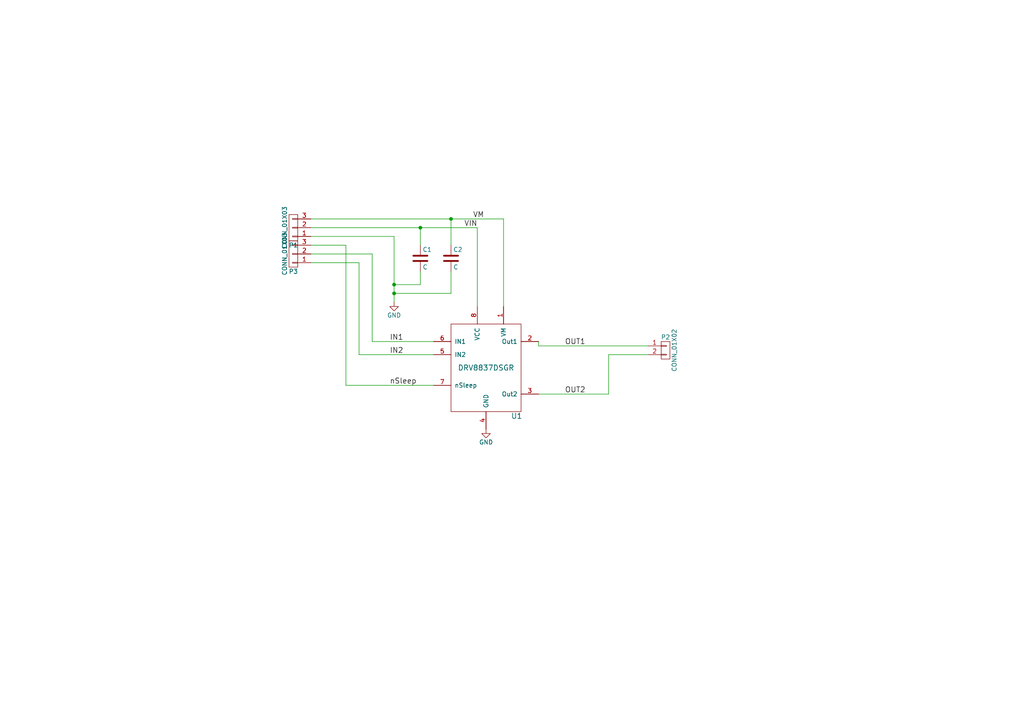
<source format=kicad_sch>
(kicad_sch (version 20230121) (generator eeschema)
  (paper "A4")
  (title_block (title "GoGoGo") (rev "1"))
  (lib_symbols
    (symbol "GoGoGo-Rev1-rescue:C" (pin_numbers hide) (pin_names (offset 0.254))
      (property "Reference" "C" (at 0.635 2.54 0))
      (property "Value" "C" (at 0.635 -2.54 0))
      (symbol "C_0_1"
        (polyline (pts (xy -2.032 -0.762) (xy 2.032 -0.762)) (stroke (width 0.508)))
        (polyline (pts (xy -2.032 0.762) (xy 2.032 0.762)) (stroke (width 0.508)))
      )
      (symbol "C_1_1"
        (pin passive line (at 0 3.81 270) (length 2.794) (name "~") (number "1"))
        (pin passive line (at 0 -3.81 90) (length 2.794) (name "~") (number "2"))
      )
    )
    (symbol "GoGoGo-Rev1-rescue:CONN_01X02" (pin_names (offset 1.016) hide)
      (property "Reference" "P" (at 0 3.81 0))
      (property "Value" "CONN_01X02" (at 2.54 0 90))
      (symbol "CONN_01X02_0_1"
        (rectangle (start -1.27 -1.143) (end 0.254 -1.397))
        (rectangle (start -1.27 1.397) (end 0.254 1.143))
        (rectangle (start -1.27 2.54) (end 1.27 -2.54))
      )
      (symbol "CONN_01X02_1_1"
        (pin passive line (at -5.08 1.27 0) (length 3.81) (name "P1") (number "1"))
        (pin passive line (at -5.08 -1.27 0) (length 3.81) (name "P2") (number "2"))
      )
    )
    (symbol "GoGoGo-Rev1-rescue:CONN_01X03" (pin_names (offset 1.016) hide)
      (property "Reference" "P" (at 0 5.08 0))
      (property "Value" "CONN_01X03" (at 2.54 0 90))
      (symbol "CONN_01X03_0_1"
        (rectangle (start -1.27 -2.413) (end 0.254 -2.667))
        (rectangle (start -1.27 0.127) (end 0.254 -0.127))
        (rectangle (start -1.27 2.667) (end 0.254 2.413))
        (rectangle (start -1.27 3.81) (end 1.27 -3.81))
      )
      (symbol "CONN_01X03_1_1"
        (pin passive line (at -5.08 2.54 0) (length 3.81) (name "P1") (number "1"))
        (pin passive line (at -5.08 0 0) (length 3.81) (name "P2") (number "2"))
        (pin passive line (at -5.08 -2.54 0) (length 3.81) (name "P3") (number "3"))
      )
    )
    (symbol "GoGoGo-Rev1-rescue:GND" (power) (pin_names (offset 0))
      (property "Value" "GND" (at 0 -3.81 0))
      (symbol "GND_0_1"
        (polyline (pts (xy 0 0) (xy 0 -1.27) (xy 1.27 -1.27) (xy 0 -2.54) (xy -1.27 -1.27) (xy 0 -1.27)))
      )
      (symbol "GND_1_1"
        (pin power_in line (at 0 0 270) (length 0) hide (name "GND") (number "1"))
      )
    )
    (symbol "GoGoGo:DRV8837DSGR" (pin_names (offset 1.016))
      (property "Reference" "U" (at 8.89 -13.97 0))
      (property "Value" "DRV8837DSGR" (at 0 0 0))
      (symbol "DRV8837DSGR_0_1"
        (rectangle (start -10.16 12.7) (end 10.16 -12.7))
      )
      (symbol "DRV8837DSGR_1_1"
        (pin input line (at 5.08 17.78 270) (length 5.08) (name "VM") (number "1"))
        (pin input line (at 15.24 7.62 180) (length 5.08) (name "Out1") (number "2"))
        (pin input line (at 15.24 -7.62 180) (length 5.08) (name "Out2") (number "3"))
        (pin input line (at 0 -17.78 90) (length 5.08) (name "GND") (number "4"))
        (pin input line (at -15.24 3.81 0) (length 5.08) (name "IN2") (number "5"))
        (pin input line (at -15.24 7.62 0) (length 5.08) (name "IN1") (number "6"))
        (pin input line (at -15.24 -5.08 0) (length 5.08) (name "nSleep") (number "7"))
        (pin input line (at -2.54 17.78 270) (length 5.08) (name "VCC") (number "8"))
      )
    )
  )
  (junction (at 114.3 82.55))
  (junction (at 130.81 63.5))
  (junction (at 114.3 85.09))
  (junction (at 121.92 66.04))
  (wire (pts (xy 114.3 85.09) (xy 114.3 87.63)))
  (wire (pts (xy 156.21 100.33) (xy 156.21 99.06)))
  (wire (pts (xy 130.81 71.12) (xy 130.81 63.5)))
  (wire (pts (xy 130.81 85.09) (xy 114.3 85.09)))
  (wire (pts (xy 90.17 73.66) (xy 107.95 73.66)))
  (wire (pts (xy 114.3 82.55) (xy 114.3 85.09)))
  (wire (pts (xy 176.53 102.87) (xy 187.96 102.87)))
  (wire (pts (xy 121.92 82.55) (xy 114.3 82.55)))
  (wire (pts (xy 138.43 66.04) (xy 138.43 88.9)))
  (wire (pts (xy 121.92 71.12) (xy 121.92 66.04)))
  (wire (pts (xy 90.17 63.5) (xy 130.81 63.5)))
  (wire (pts (xy 90.17 66.04) (xy 121.92 66.04)))
  (wire (pts (xy 100.33 71.12) (xy 90.17 71.12)))
  (wire (pts (xy 121.92 78.74) (xy 121.92 82.55)))
  (wire (pts (xy 90.17 68.58) (xy 114.3 68.58)))
  (wire (pts (xy 107.95 73.66) (xy 107.95 99.06)))
  (wire (pts (xy 146.05 63.5) (xy 146.05 88.9)))
  (wire (pts (xy 130.81 78.74) (xy 130.81 85.09)))
  (wire (pts (xy 187.96 100.33) (xy 156.21 100.33)))
  (wire (pts (xy 114.3 68.58) (xy 114.3 82.55)))
  (wire (pts (xy 125.73 102.87) (xy 104.14 102.87)))
  (wire (pts (xy 156.21 114.3) (xy 176.53 114.3)))
  (wire (pts (xy 130.81 63.5) (xy 146.05 63.5)))
  (wire (pts (xy 121.92 66.04) (xy 138.43 66.04)))
  (wire (pts (xy 100.33 111.76) (xy 100.33 71.12)))
  (wire (pts (xy 104.14 76.2) (xy 104.14 102.87)))
  (wire (pts (xy 125.73 99.06) (xy 107.95 99.06)))
  (wire (pts (xy 176.53 114.3) (xy 176.53 102.87)))
  (wire (pts (xy 90.17 76.2) (xy 104.14 76.2)))
  (wire (pts (xy 100.33 111.76) (xy 125.73 111.76)))
  (label "OUT2" (at 163.83 114.3 0) (effects (font (size 1.524 1.524))))
  (label "IN1" (at 113.03 99.06 0) (effects (font (size 1.524 1.524))))
  (label "VM" (at 137.16 63.5 0) (effects (font (size 1.524 1.524))))
  (label "OUT1" (at 163.83 100.33 0) (effects (font (size 1.524 1.524))))
  (label "VIN" (at 134.62 66.04 0) (effects (font (size 1.524 1.524))))
  (label "nSleep" (at 113.03 111.76 0) (effects (font (size 1.524 1.524))))
  (label "IN2" (at 113.03 102.87 0) (effects (font (size 1.524 1.524))))
  (symbol (lib_id "GoGoGo:DRV8837DSGR") (at 140.97 106.68 0) (unit 1)
    (property "Reference" "U1" (at 149.86 120.65 0) (effects (font (size 1.524 1.524))))
    (property "Value" "DRV8837DSGR" (at 140.97 106.68 0) (effects (font (size 1.524 1.524))))
    (property "Footprint" "GoGoGo:PWSON-N8" (effects hide))
  )
  (symbol (lib_id "GoGoGo-Rev1-rescue:GND") (at 114.3 87.63 0) (unit 1)
    (property "Reference" "#PWR01" (effects hide))
    (property "Value" "GND" (at 114.3 91.44 0))
  )
  (symbol (lib_id "GoGoGo-Rev1-rescue:GND") (at 140.97 124.46 0) (unit 1)
    (property "Reference" "#PWR02" (effects hide))
    (property "Value" "GND" (at 140.97 128.27 0))
  )
  (symbol (lib_id "GoGoGo-Rev1-rescue:CONN_01X02") (at 193.04 101.6 0) (unit 1)
    (property "Reference" "P2" (at 193.04 97.79 0))
    (property "Value" "CONN_01X02" (at 195.58 101.6 90))
    (property "Footprint" "Pin_Headers:Pin_Header_Straight_1x02" (effects hide))
  )
  (symbol (lib_id "GoGoGo-Rev1-rescue:C") (at 121.92 74.93 0) (unit 1)
    (property "Reference" "C1" (at 122.555 72.39 0) (effects (justify left)))
    (property "Value" "C" (at 122.555 77.47 0) (effects (justify left)))
    (property "Footprint" "Capacitors_SMD:C_0603" (effects hide))
  )
  (symbol (lib_id "GoGoGo-Rev1-rescue:C") (at 130.81 74.93 0) (unit 1)
    (property "Reference" "C2" (at 131.445 72.39 0) (effects (justify left)))
    (property "Value" "C" (at 131.445 77.47 0) (effects (justify left)))
    (property "Footprint" "Capacitors_SMD:C_0603" (effects hide))
  )
  (symbol (lib_id "GoGoGo-Rev1-rescue:CONN_01X03") (at 85.09 66.04 180) (unit 1)
    (property "Reference" "P1" (at 85.09 71.12 0))
    (property "Value" "CONN_01X03" (at 82.55 66.04 90))
    (property "Footprint" "Pin_Headers:Pin_Header_Straight_1x03" (effects hide))
  )
  (symbol (lib_id "GoGoGo-Rev1-rescue:CONN_01X03") (at 85.09 73.66 180) (unit 1)
    (property "Reference" "P3" (at 85.09 78.74 0))
    (property "Value" "CONN_01X03" (at 82.55 73.66 90))
    (property "Footprint" "Pin_Headers:Pin_Header_Straight_1x03" (effects hide))
  )
)
</source>
